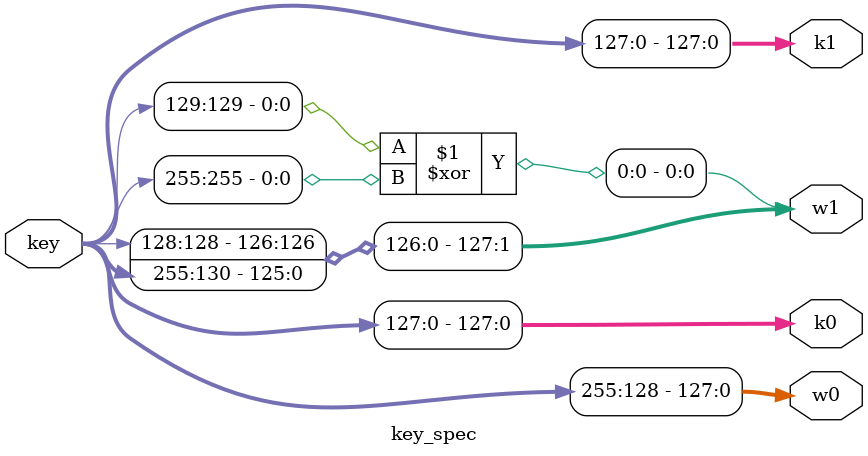
<source format=sv>
`timescale 1ns / 1ps
/*
key specialization
only encryption is taken into consideration
*/
module key_spec
    # (parameter n=128) // block size, defaults to qarma_128
    (
        input wire [2*n-1:0] key,
        output wire [n-1:0] w0,
        output wire [n-1:0] w1,
        output wire [n-1:0] k0,
        output wire [n-1:0] k1
    );
    assign w0 = key[n+:n];
    assign k0 = key[0+:n];
    assign w1 = {w0[0], w0[n-1:2], w0[1] ^ w0[n-1]};
    assign k1 = k0;
endmodule

</source>
